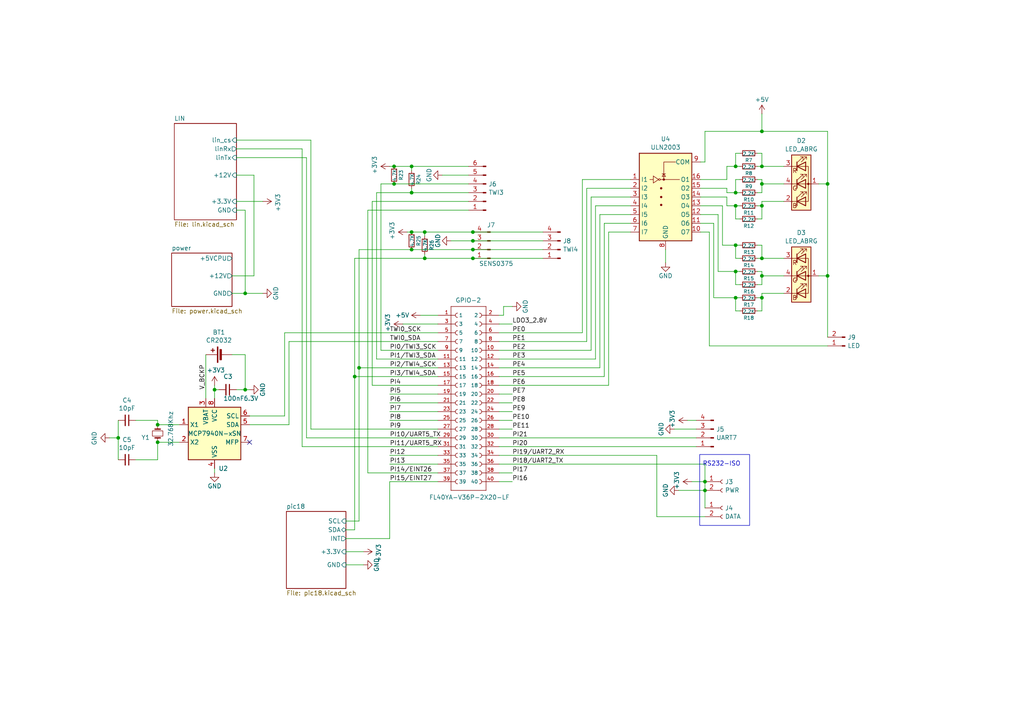
<source format=kicad_sch>
(kicad_sch (version 20231120) (generator "eeschema") (generator_version "8.0")
  (paper "A4")
  (lib_symbols
    (symbol "A20_OLIMEXINO_LIME2_SHIELD:FL40YA-V36P-2X20-LF" (pin_names (offset 1.016))
      (property "Reference" "CON" (at -5.08 26.162 0))
      (property "Value" "FL40YA-V36P-2X20-LF" (at -10.16 -30.48 0))
      (symbol "FL40YA-V36P-2X20-LF_1_0"
        (polyline (pts (xy -5.08 25.4) (xy -5.08 -27.94)))
        (polyline (pts (xy -5.08 25.4) (xy 5.08 25.4)))
        (polyline (pts (xy 5.08 -27.94) (xy -5.08 -27.94)))
        (polyline (pts (xy 5.08 -27.94) (xy 5.08 25.4)))
      )
      (symbol "FL40YA-V36P-2X20-LF_1_1"
        (arc (start -3.175 -24.765) (mid -3.81 -25.4) (end -3.175 -26.035))
        (arc (start -3.175 -22.225) (mid -3.81 -22.86) (end -3.175 -23.495))
        (arc (start -3.175 -19.685) (mid -3.81 -20.32) (end -3.175 -20.955))
        (arc (start -3.175 -17.145) (mid -3.81 -17.78) (end -3.175 -18.415))
        (arc (start -3.175 -14.605) (mid -3.81 -15.24) (end -3.175 -15.875))
        (arc (start -3.175 -12.065) (mid -3.81 -12.7) (end -3.175 -13.335))
        (arc (start -3.175 -9.525) (mid -3.81 -10.16) (end -3.175 -10.795))
        (arc (start -3.175 -6.985) (mid -3.81 -7.62) (end -3.175 -8.255))
        (arc (start -3.175 -4.445) (mid -3.81 -5.08) (end -3.175 -5.715))
        (arc (start -3.175 -1.905) (mid -3.81 -2.54) (end -3.175 -3.175))
        (arc (start -3.175 0.635) (mid -3.81 0) (end -3.175 -0.635))
        (arc (start -3.175 3.175) (mid -3.81 2.54) (end -3.175 1.905))
        (arc (start -3.175 5.715) (mid -3.81 5.08) (end -3.175 4.445))
        (arc (start -3.175 8.255) (mid -3.81 7.62) (end -3.175 6.985))
        (arc (start -3.175 10.795) (mid -3.81 10.16) (end -3.175 9.525))
        (arc (start -3.175 13.335) (mid -3.81 12.7) (end -3.175 12.065))
        (arc (start -3.175 15.875) (mid -3.81 15.24) (end -3.175 14.605))
        (arc (start -3.175 18.415) (mid -3.81 17.78) (end -3.175 17.145))
        (arc (start -3.175 20.955) (mid -3.81 20.32) (end -3.175 19.685))
        (arc (start -3.175 23.495) (mid -3.81 22.86) (end -3.175 22.225))
        (arc (start 3.175 -26.035) (mid 3.81 -25.4) (end 3.175 -24.765))
        (arc (start 3.175 -23.495) (mid 3.81 -22.86) (end 3.175 -22.225))
        (arc (start 3.175 -20.955) (mid 3.81 -20.32) (end 3.175 -19.685))
        (arc (start 3.175 -18.415) (mid 3.81 -17.78) (end 3.175 -17.145))
        (arc (start 3.175 -15.875) (mid 3.81 -15.24) (end 3.175 -14.605))
        (arc (start 3.175 -13.335) (mid 3.81 -12.7) (end 3.175 -12.065))
        (arc (start 3.175 -10.795) (mid 3.81 -10.16) (end 3.175 -9.525))
        (arc (start 3.175 -8.255) (mid 3.81 -7.62) (end 3.175 -6.985))
        (arc (start 3.175 -5.715) (mid 3.81 -5.08) (end 3.175 -4.445))
        (arc (start 3.175 -3.175) (mid 3.81 -2.54) (end 3.175 -1.905))
        (arc (start 3.175 -0.635) (mid 3.81 0) (end 3.175 0.635))
        (arc (start 3.175 1.905) (mid 3.81 2.54) (end 3.175 3.175))
        (arc (start 3.175 4.445) (mid 3.81 5.08) (end 3.175 5.715))
        (arc (start 3.175 6.985) (mid 3.81 7.62) (end 3.175 8.255))
        (arc (start 3.175 9.525) (mid 3.81 10.16) (end 3.175 10.795))
        (arc (start 3.175 12.065) (mid 3.81 12.7) (end 3.175 13.335))
        (arc (start 3.175 14.605) (mid 3.81 15.24) (end 3.175 15.875))
        (arc (start 3.175 17.145) (mid 3.81 17.78) (end 3.175 18.415))
        (arc (start 3.175 19.685) (mid 3.81 20.32) (end 3.175 20.955))
        (arc (start 3.175 22.225) (mid 3.81 22.86) (end 3.175 23.495))
        (pin passive line (at -8.89 -25.4 0) (length 5.08) (name "1") (number "1"))
        (pin passive line (at 8.89 -15.24 180) (length 5.08) (name "10") (number "10"))
        (pin passive line (at -8.89 -12.7 0) (length 5.08) (name "11") (number "11"))
        (pin passive line (at 8.89 -12.7 180) (length 5.08) (name "12") (number "12"))
        (pin passive line (at -8.89 -10.16 0) (length 5.08) (name "13") (number "13"))
        (pin passive line (at 8.89 -10.16 180) (length 5.08) (name "14") (number "14"))
        (pin passive line (at -8.89 -7.62 0) (length 5.08) (name "15") (number "15"))
        (pin passive line (at 8.89 -7.62 180) (length 5.08) (name "16") (number "16"))
        (pin passive line (at -8.89 -5.08 0) (length 5.08) (name "17") (number "17"))
        (pin passive line (at 8.89 -5.08 180) (length 5.08) (name "18") (number "18"))
        (pin passive line (at -8.89 -2.54 0) (length 5.08) (name "19") (number "19"))
        (pin passive line (at 8.89 -25.4 180) (length 5.08) (name "2") (number "2"))
        (pin passive line (at 8.89 -2.54 180) (length 5.08) (name "20") (number "20"))
        (pin passive line (at -8.89 0 0) (length 5.08) (name "21") (number "21"))
        (pin passive line (at 8.89 0 180) (length 5.08) (name "22") (number "22"))
        (pin passive line (at -8.89 2.54 0) (length 5.08) (name "23") (number "23"))
        (pin passive line (at 8.89 2.54 180) (length 5.08) (name "24") (number "24"))
        (pin passive line (at -8.89 5.08 0) (length 5.08) (name "25") (number "25"))
        (pin passive line (at 8.89 5.08 180) (length 5.08) (name "26") (number "26"))
        (pin passive line (at -8.89 7.62 0) (length 5.08) (name "27") (number "27"))
        (pin passive line (at 8.89 7.62 180) (length 5.08) (name "28") (number "28"))
        (pin passive line (at -8.89 10.16 0) (length 5.08) (name "29") (number "29"))
        (pin passive line (at -8.89 -22.86 0) (length 5.08) (name "3") (number "3"))
        (pin passive line (at 8.89 10.16 180) (length 5.08) (name "30") (number "30"))
        (pin passive line (at -8.89 12.7 0) (length 5.08) (name "31") (number "31"))
        (pin passive line (at 8.89 12.7 180) (length 5.08) (name "32") (number "32"))
        (pin passive line (at -8.89 15.24 0) (length 5.08) (name "33") (number "33"))
        (pin passive line (at 8.89 15.24 180) (length 5.08) (name "34") (number "34"))
        (pin passive line (at -8.89 17.78 0) (length 5.08) (name "35") (number "35"))
        (pin passive line (at 8.89 17.78 180) (length 5.08) (name "36") (number "36"))
        (pin passive line (at -8.89 20.32 0) (length 5.08) (name "37") (number "37"))
        (pin passive line (at 8.89 20.32 180) (length 5.08) (name "38") (number "38"))
        (pin passive line (at -8.89 22.86 0) (length 5.08) (name "39") (number "39"))
        (pin passive line (at 8.89 -22.86 180) (length 5.08) (name "4") (number "4"))
        (pin passive line (at 8.89 22.86 180) (length 5.08) (name "40") (number "40"))
        (pin passive line (at -8.89 -20.32 0) (length 5.08) (name "5") (number "5"))
        (pin passive line (at 8.89 -20.32 180) (length 5.08) (name "6") (number "6"))
        (pin passive line (at -8.89 -17.78 0) (length 5.08) (name "7") (number "7"))
        (pin passive line (at 8.89 -17.78 180) (length 5.08) (name "8") (number "8"))
        (pin passive line (at -8.89 -15.24 0) (length 5.08) (name "9") (number "9"))
      )
    )
    (symbol "Connector:Conn_01x02_Pin" (pin_names (offset 1.016) hide)
      (property "Reference" "J" (at 0 2.54 0))
      (property "Value" "Conn_01x02_Pin" (at 0 -5.08 0))
      (symbol "Conn_01x02_Pin_1_1"
        (polyline (pts (xy 1.27 -2.54) (xy 0.8636 -2.54)) (stroke (width 0.1524)))
        (polyline (pts (xy 1.27 0) (xy 0.8636 0)) (stroke (width 0.1524)))
        (rectangle (start 0.8636 -2.413) (end 0 -2.667) (stroke (width 0.1524)) (fill (type outline)))
        (rectangle (start 0.8636 0.127) (end 0 -0.127) (stroke (width 0.1524)) (fill (type outline)))
        (pin passive line (at 5.08 0 180) (length 3.81) (name "Pin_1") (number "1"))
        (pin passive line (at 5.08 -2.54 180) (length 3.81) (name "Pin_2") (number "2"))
      )
    )
    (symbol "Connector:Conn_01x02_Socket" (pin_names (offset 1.016) hide)
      (property "Reference" "J" (at 0 2.54 0))
      (property "Value" "Conn_01x02_Socket" (at 0 -5.08 0))
      (symbol "Conn_01x02_Socket_1_1"
        (arc (start 0 -2.032) (mid -0.5058 -2.54) (end 0 -3.048) (stroke (width 0.1524)))
        (polyline (pts (xy -1.27 -2.54) (xy -0.508 -2.54)) (stroke (width 0.1524)))
        (polyline (pts (xy -1.27 0) (xy -0.508 0)) (stroke (width 0.1524)))
        (arc (start 0 0.508) (mid -0.5058 0) (end 0 -0.508) (stroke (width 0.1524)))
        (pin passive line (at -5.08 0 0) (length 3.81) (name "Pin_1") (number "1"))
        (pin passive line (at -5.08 -2.54 0) (length 3.81) (name "Pin_2") (number "2"))
      )
    )
    (symbol "Connector:Conn_01x04_Pin" (pin_names (offset 1.016) hide)
      (property "Reference" "J" (at 0 5.08 0))
      (property "Value" "Conn_01x04_Pin" (at 0 -7.62 0))
      (symbol "Conn_01x04_Pin_1_1"
        (polyline (pts (xy 1.27 -5.08) (xy 0.8636 -5.08)) (stroke (width 0.1524)))
        (polyline (pts (xy 1.27 -2.54) (xy 0.8636 -2.54)) (stroke (width 0.1524)))
        (polyline (pts (xy 1.27 0) (xy 0.8636 0)) (stroke (width 0.1524)))
        (polyline (pts (xy 1.27 2.54) (xy 0.8636 2.54)) (stroke (width 0.1524)))
        (rectangle (start 0.8636 -4.953) (end 0 -5.207) (stroke (width 0.1524)) (fill (type outline)))
        (rectangle (start 0.8636 -2.413) (end 0 -2.667) (stroke (width 0.1524)) (fill (type outline)))
        (rectangle (start 0.8636 0.127) (end 0 -0.127) (stroke (width 0.1524)) (fill (type outline)))
        (rectangle (start 0.8636 2.667) (end 0 2.413) (stroke (width 0.1524)) (fill (type outline)))
        (pin passive line (at 5.08 2.54 180) (length 3.81) (name "Pin_1") (number "1"))
        (pin passive line (at 5.08 0 180) (length 3.81) (name "Pin_2") (number "2"))
        (pin passive line (at 5.08 -2.54 180) (length 3.81) (name "Pin_3") (number "3"))
        (pin passive line (at 5.08 -5.08 180) (length 3.81) (name "Pin_4") (number "4"))
      )
    )
    (symbol "Connector:Conn_01x06_Pin" (pin_names (offset 1.016) hide)
      (property "Reference" "J" (at 0 7.62 0))
      (property "Value" "Conn_01x06_Pin" (at 0 -10.16 0))
      (symbol "Conn_01x06_Pin_1_1"
        (polyline (pts (xy 1.27 -7.62) (xy 0.8636 -7.62)) (stroke (width 0.1524)))
        (polyline (pts (xy 1.27 -5.08) (xy 0.8636 -5.08)) (stroke (width 0.1524)))
        (polyline (pts (xy 1.27 -2.54) (xy 0.8636 -2.54)) (stroke (width 0.1524)))
        (polyline (pts (xy 1.27 0) (xy 0.8636 0)) (stroke (width 0.1524)))
        (polyline (pts (xy 1.27 2.54) (xy 0.8636 2.54)) (stroke (width 0.1524)))
        (polyline (pts (xy 1.27 5.08) (xy 0.8636 5.08)) (stroke (width 0.1524)))
        (rectangle (start 0.8636 -7.493) (end 0 -7.747) (stroke (width 0.1524)) (fill (type outline)))
        (rectangle (start 0.8636 -4.953) (end 0 -5.207) (stroke (width 0.1524)) (fill (type outline)))
        (rectangle (start 0.8636 -2.413) (end 0 -2.667) (stroke (width 0.1524)) (fill (type outline)))
        (rectangle (start 0.8636 0.127) (end 0 -0.127) (stroke (width 0.1524)) (fill (type outline)))
        (rectangle (start 0.8636 2.667) (end 0 2.413) (stroke (width 0.1524)) (fill (type outline)))
        (rectangle (start 0.8636 5.207) (end 0 4.953) (stroke (width 0.1524)) (fill (type outline)))
        (pin passive line (at 5.08 5.08 180) (length 3.81) (name "Pin_1") (number "1"))
        (pin passive line (at 5.08 2.54 180) (length 3.81) (name "Pin_2") (number "2"))
        (pin passive line (at 5.08 0 180) (length 3.81) (name "Pin_3") (number "3"))
        (pin passive line (at 5.08 -2.54 180) (length 3.81) (name "Pin_4") (number "4"))
        (pin passive line (at 5.08 -5.08 180) (length 3.81) (name "Pin_5") (number "5"))
        (pin passive line (at 5.08 -7.62 180) (length 3.81) (name "Pin_6") (number "6"))
      )
    )
    (symbol "Device:Battery_Cell" (pin_numbers hide) (pin_names (offset 0) hide)
      (property "Reference" "BT" (at 2.54 2.54 0))
      (property "Value" "Battery_Cell" (at 2.54 0 0))
      (symbol "Battery_Cell_0_1"
        (rectangle (start -2.286 1.778) (end 2.286 1.524) (fill (type outline)))
        (rectangle (start -1.524 1.016) (end 1.524 0.508) (fill (type outline)))
        (polyline (pts (xy 0 0.762) (xy 0 0)))
        (polyline (pts (xy 0 1.778) (xy 0 2.54)))
        (polyline (pts (xy 0.762 3.048) (xy 1.778 3.048)) (stroke (width 0.254)))
        (polyline (pts (xy 1.27 3.556) (xy 1.27 2.54)) (stroke (width 0.254)))
      )
      (symbol "Battery_Cell_1_1"
        (pin passive line (at 0 5.08 270) (length 2.54) (name "+") (number "1"))
        (pin passive line (at 0 -2.54 90) (length 2.54) (name "-") (number "2"))
      )
    )
    (symbol "Device:C_Small" (pin_numbers hide) (pin_names (offset 0.254) hide)
      (property "Reference" "C" (at 0.254 1.778 0))
      (property "Value" "C_Small" (at 0.254 -2.032 0))
      (symbol "C_Small_0_1"
        (polyline (pts (xy -1.524 -0.508) (xy 1.524 -0.508)) (stroke (width 0.3302)))
        (polyline (pts (xy -1.524 0.508) (xy 1.524 0.508)) (stroke (width 0.3048)))
      )
      (symbol "C_Small_1_1"
        (pin passive line (at 0 2.54 270) (length 2.032) (name "~") (number "1"))
        (pin passive line (at 0 -2.54 90) (length 2.032) (name "~") (number "2"))
      )
    )
    (symbol "Device:Crystal_Small" (pin_numbers hide) (pin_names (offset 1.016) hide)
      (property "Reference" "Y" (at 0 2.54 0))
      (property "Value" "Crystal_Small" (at 0 -2.54 0))
      (symbol "Crystal_Small_0_1"
        (rectangle (start -0.762 -1.524) (end 0.762 1.524))
        (polyline (pts (xy -1.27 -0.762) (xy -1.27 0.762)) (stroke (width 0.381)))
        (polyline (pts (xy 1.27 -0.762) (xy 1.27 0.762)) (stroke (width 0.381)))
      )
      (symbol "Crystal_Small_1_1"
        (pin passive line (at -2.54 0 0) (length 1.27) (name "1") (number "1"))
        (pin passive line (at 2.54 0 180) (length 1.27) (name "2") (number "2"))
      )
    )
    (symbol "Device:LED_ABRG" (pin_names (offset 0) hide)
      (property "Reference" "D" (at 0 9.398 0))
      (property "Value" "LED_ABRG" (at 0 -8.89 0))
      (symbol "LED_ABRG_0_0"
        (text "B" (at -1.905 -6.35 0) (effects (font (size 1.27 1.27))))
        (text "G" (at -1.905 -1.27 0) (effects (font (size 1.27 1.27))))
        (text "R" (at -1.905 3.81 0) (effects (font (size 1.27 1.27))))
      )
      (symbol "LED_ABRG_0_1"
        (polyline (pts (xy -1.27 -5.08) (xy -2.54 -5.08)))
        (polyline (pts (xy -1.27 -5.08) (xy 1.27 -5.08)))
        (polyline (pts (xy -1.27 -3.81) (xy -1.27 -6.35)) (stroke (width 0.254)))
        (polyline (pts (xy -1.27 0) (xy -2.54 0)))
        (polyline (pts (xy -1.27 1.27) (xy -1.27 -1.27)) (stroke (width 0.254)))
        (polyline (pts (xy -1.27 5.08) (xy -2.54 5.08)))
        (polyline (pts (xy -1.27 5.08) (xy 1.27 5.08)))
        (polyline (pts (xy -1.27 6.35) (xy -1.27 3.81)) (stroke (width 0.254)))
        (polyline (pts (xy 1.27 0) (xy -1.27 0)))
        (polyline (pts (xy 1.27 0) (xy 2.54 0)))
        (polyline (pts (xy -1.27 1.27) (xy -1.27 -1.27) (xy -1.27 -1.27)))
        (polyline (pts (xy -1.27 6.35) (xy -1.27 3.81) (xy -1.27 3.81)))
        (polyline (pts (xy 1.27 -5.08) (xy 2.032 -5.08) (xy 2.032 5.08) (xy 1.27 5.08)))
        (polyline (pts (xy 1.27 -3.81) (xy 1.27 -6.35) (xy -1.27 -5.08) (xy 1.27 -3.81)) (stroke (width 0.254)))
        (polyline (pts (xy 1.27 1.27) (xy 1.27 -1.27) (xy -1.27 0) (xy 1.27 1.27)) (stroke (width 0.254)))
        (polyline (pts (xy 1.27 6.35) (xy 1.27 3.81) (xy -1.27 5.08) (xy 1.27 6.35)) (stroke (width 0.254)))
        (polyline (pts (xy -1.016 -3.81) (xy 0.508 -2.286) (xy -0.254 -2.286) (xy 0.508 -2.286) (xy 0.508 -3.048)))
        (polyline (pts (xy -1.016 1.27) (xy 0.508 2.794) (xy -0.254 2.794) (xy 0.508 2.794) (xy 0.508 2.032)))
        (polyline (pts (xy -1.016 6.35) (xy 0.508 7.874) (xy -0.254 7.874) (xy 0.508 7.874) (xy 0.508 7.112)))
        (polyline (pts (xy 0 -3.81) (xy 1.524 -2.286) (xy 0.762 -2.286) (xy 1.524 -2.286) (xy 1.524 -3.048)))
        (polyline (pts (xy 0 1.27) (xy 1.524 2.794) (xy 0.762 2.794) (xy 1.524 2.794) (xy 1.524 2.032)))
        (polyline (pts (xy 0 6.35) (xy 1.524 7.874) (xy 0.762 7.874) (xy 1.524 7.874) (xy 1.524 7.112)))
        (rectangle (start 1.27 -1.27) (end 1.27 1.27))
        (rectangle (start 1.27 1.27) (end 1.27 1.27))
        (rectangle (start 1.27 3.81) (end 1.27 6.35))
        (rectangle (start 1.27 6.35) (end 1.27 6.35))
        (circle (center 2.032 0) (radius 0.254) (fill (type outline)))
        (rectangle (start 2.794 8.382) (end -2.794 -7.62) (stroke (width 0.254)) (fill (type background)))
      )
      (symbol "LED_ABRG_1_1"
        (pin passive line (at 5.08 0 180) (length 2.54) (name "A") (number "1"))
        (pin passive line (at -5.08 -5.08 0) (length 2.54) (name "BK") (number "2"))
        (pin passive line (at -5.08 5.08 0) (length 2.54) (name "RK") (number "3"))
        (pin passive line (at -5.08 0 0) (length 2.54) (name "GK") (number "4"))
      )
    )
    (symbol "Device:R_Small" (pin_numbers hide) (pin_names (offset 0.254) hide)
      (property "Reference" "R" (at 0.762 0.508 0))
      (property "Value" "R_Small" (at 0.762 -1.016 0))
      (symbol "R_Small_0_1"
        (rectangle (start -0.762 1.778) (end 0.762 -1.778) (stroke (width 0.2032)))
      )
      (symbol "R_Small_1_1"
        (pin passive line (at 0 2.54 270) (length 0.762) (name "~") (number "1"))
        (pin passive line (at 0 -2.54 90) (length 0.762) (name "~") (number "2"))
      )
    )
    (symbol "Timer_RTC:MCP7940N-xSN"
      (property "Reference" "U" (at -6.35 8.89 0))
      (property "Value" "MCP7940N-xSN" (at 11.43 8.89 0))
      (symbol "MCP7940N-xSN_0_1"
        (rectangle (start -7.62 7.62) (end 7.62 -7.62) (stroke (width 0.254)) (fill (type background)))
      )
      (symbol "MCP7940N-xSN_1_1"
        (pin input line (at 10.16 2.54 180) (length 2.54) (name "X1") (number "1"))
        (pin output line (at 10.16 -2.54 180) (length 2.54) (name "X2") (number "2"))
        (pin power_in line (at 2.54 10.16 270) (length 2.54) (name "VBAT") (number "3"))
        (pin power_in line (at 0 -10.16 90) (length 2.54) (name "VSS") (number "4"))
        (pin bidirectional line (at -10.16 2.54 0) (length 2.54) (name "SDA") (number "5"))
        (pin input line (at -10.16 5.08 0) (length 2.54) (name "SCL") (number "6"))
        (pin open_collector line (at -10.16 -2.54 0) (length 2.54) (name "MFP") (number "7"))
        (pin power_in line (at 0 10.16 270) (length 2.54) (name "VCC") (number "8"))
      )
    )
    (symbol "Transistor_Array:ULN2003"
      (property "Reference" "U" (at 0 15.875 0))
      (property "Value" "ULN2003" (at 0 13.97 0))
      (symbol "ULN2003_0_1"
        (rectangle (start -7.62 -12.7) (end 7.62 12.7) (stroke (width 0.254)) (fill (type background)))
        (circle (center -1.778 5.08) (radius 0.254))
        (circle (center -1.27 -2.286) (radius 0.254) (fill (type outline)))
        (circle (center -1.27 0) (radius 0.254) (fill (type outline)))
        (circle (center -1.27 2.54) (radius 0.254) (fill (type outline)))
        (circle (center -0.508 5.08) (radius 0.254) (fill (type outline)))
        (polyline (pts (xy -4.572 5.08) (xy -3.556 5.08)))
        (polyline (pts (xy -1.524 5.08) (xy 4.064 5.08)))
        (polyline (pts (xy 0 6.731) (xy -1.016 6.731)))
        (polyline (pts (xy -0.508 5.08) (xy -0.508 10.16) (xy 2.921 10.16)))
        (polyline (pts (xy -3.556 6.096) (xy -3.556 4.064) (xy -2.032 5.08) (xy -3.556 6.096)))
        (polyline (pts (xy 0 5.969) (xy -1.016 5.969) (xy -0.508 6.731) (xy 0 5.969)))
      )
      (symbol "ULN2003_1_1"
        (pin input line (at -10.16 5.08 0) (length 2.54) (name "I1") (number "1"))
        (pin open_collector line (at 10.16 -10.16 180) (length 2.54) (name "O7") (number "10"))
        (pin open_collector line (at 10.16 -7.62 180) (length 2.54) (name "O6") (number "11"))
        (pin open_collector line (at 10.16 -5.08 180) (length 2.54) (name "O5") (number "12"))
        (pin open_collector line (at 10.16 -2.54 180) (length 2.54) (name "O4") (number "13"))
        (pin open_collector line (at 10.16 0 180) (length 2.54) (name "O3") (number "14"))
        (pin open_collector line (at 10.16 2.54 180) (length 2.54) (name "O2") (number "15"))
        (pin open_collector line (at 10.16 5.08 180) (length 2.54) (name "O1") (number "16"))
        (pin input line (at -10.16 2.54 0) (length 2.54) (name "I2") (number "2"))
        (pin input line (at -10.16 0 0) (length 2.54) (name "I3") (number "3"))
        (pin input line (at -10.16 -2.54 0) (length 2.54) (name "I4") (number "4"))
        (pin input line (at -10.16 -5.08 0) (length 2.54) (name "I5") (number "5"))
        (pin input line (at -10.16 -7.62 0) (length 2.54) (name "I6") (number "6"))
        (pin input line (at -10.16 -10.16 0) (length 2.54) (name "I7") (number "7"))
        (pin power_in line (at 0 -15.24 90) (length 2.54) (name "GND") (number "8"))
        (pin passive line (at 10.16 10.16 180) (length 2.54) (name "COM") (number "9"))
      )
    )
    (symbol "centrale-rescue:+3.3V-power" (power) (pin_names (offset 0))
      (property "Value" "power_+3.3V" (at 0 3.556 0))
      (symbol "+3.3V-power_0_1"
        (polyline (pts (xy -0.762 1.27) (xy 0 2.54)))
        (polyline (pts (xy 0 0) (xy 0 2.54)))
        (polyline (pts (xy 0 2.54) (xy 0.762 1.27)))
      )
      (symbol "+3.3V-power_1_1"
        (pin power_in line (at 0 0 90) (length 0) hide (name "+3V3") (number "1"))
      )
    )
    (symbol "centrale-rescue:GND-power" (power) (pin_names (offset 0))
      (property "Value" "power_GND" (at 0 -3.81 0))
      (symbol "GND-power_0_1"
        (polyline (pts (xy 0 0) (xy 0 -1.27) (xy 1.27 -1.27) (xy 0 -2.54) (xy -1.27 -1.27) (xy 0 -1.27)))
      )
      (symbol "GND-power_1_1"
        (pin power_in line (at 0 0 270) (length 0) hide (name "GND") (number "1"))
      )
    )
    (symbol "power:+5V" (power) (pin_numbers hide) (pin_names (offset 0) hide)
      (property "Value" "+5V" (at 0 3.556 0))
      (symbol "+5V_0_1"
        (polyline (pts (xy -0.762 1.27) (xy 0 2.54)))
        (polyline (pts (xy 0 0) (xy 0 2.54)))
        (polyline (pts (xy 0 2.54) (xy 0.762 1.27)))
      )
      (symbol "+5V_1_1"
        (pin power_in line (at 0 0 90) (length 0) (name "~") (number "1"))
      )
    )
  )
  (junction (at 213.36 59.69))
  (junction (at 71.12 85.09))
  (junction (at 102.87 109.22))
  (junction (at 123.19 67.31))
  (junction (at 213.36 86.36))
  (junction (at 119.38 72.39))
  (junction (at 240.03 53.34))
  (junction (at 220.98 38.1))
  (junction (at 104.14 106.68))
  (junction (at 213.36 71.12))
  (junction (at 213.36 78.74))
  (junction (at 240.03 80.01))
  (junction (at 137.16 69.85))
  (junction (at 34.29 127))
  (junction (at 119.38 48.26))
  (junction (at 114.3 48.26))
  (junction (at 45.72 123.19))
  (junction (at 213.36 55.88))
  (junction (at 137.16 67.31))
  (junction (at 220.98 74.93))
  (junction (at 137.16 72.39))
  (junction (at 114.3 53.34))
  (junction (at 123.19 74.93))
  (junction (at 220.98 59.69))
  (junction (at 62.23 113.03))
  (junction (at 204.47 142.24))
  (junction (at 220.98 80.01))
  (junction (at 220.98 53.34))
  (junction (at 119.38 67.31))
  (junction (at 220.98 86.36))
  (junction (at 213.36 48.26))
  (junction (at 204.47 139.7))
  (junction (at 119.38 55.88))
  (junction (at 45.72 128.27))
  (junction (at 220.98 48.26))
  (junction (at 71.12 113.03))
  (junction (at 137.16 74.93))
  (no_connect (at 72.39 128.27))
  (wire (pts (xy 68.58 45.72) (xy 88.9 45.72)))
  (wire (pts (xy 219.71 59.69) (xy 220.98 59.69)))
  (wire (pts (xy 45.72 128.27) (xy 52.07 128.27)))
  (wire (pts (xy 227.33 58.42) (xy 220.98 58.42)))
  (wire (pts (xy 45.72 121.92) (xy 45.72 123.19)))
  (wire (pts (xy 104.14 72.39) (xy 104.14 106.68)))
  (wire (pts (xy 170.18 54.61) (xy 170.18 99.06)))
  (wire (pts (xy 144.78 132.08) (xy 190.5 132.08)))
  (wire (pts (xy 135.89 55.88) (xy 119.38 55.88)))
  (wire (pts (xy 67.31 80.01) (xy 73.66 80.01)))
  (wire (pts (xy 68.58 40.64) (xy 90.17 40.64)))
  (wire (pts (xy 214.63 63.5) (xy 213.36 63.5)))
  (wire (pts (xy 144.78 127) (xy 201.93 127)))
  (wire (pts (xy 144.78 129.54) (xy 201.93 129.54)))
  (wire (pts (xy 90.17 124.46) (xy 127 124.46)))
  (wire (pts (xy 45.72 133.35) (xy 45.72 128.27)))
  (wire (pts (xy 100.33 163.83) (xy 105.41 163.83)))
  (wire (pts (xy 144.78 137.16) (xy 148.59 137.16)))
  (wire (pts (xy 63.5 113.03) (xy 62.23 113.03)))
  (wire (pts (xy 210.82 48.26) (xy 210.82 52.07)))
  (wire (pts (xy 71.12 113.03) (xy 68.58 113.03)))
  (wire (pts (xy 102.87 74.93) (xy 102.87 109.22)))
  (wire (pts (xy 62.23 113.03) (xy 62.23 111.76)))
  (wire (pts (xy 146.05 88.9) (xy 146.05 91.44)))
  (wire (pts (xy 102.87 109.22) (xy 127 109.22)))
  (wire (pts (xy 193.04 72.39) (xy 193.04 76.2)))
  (wire (pts (xy 123.19 74.93) (xy 102.87 74.93)))
  (wire (pts (xy 113.03 48.26) (xy 114.3 48.26)))
  (wire (pts (xy 220.98 58.42) (xy 220.98 59.69)))
  (wire (pts (xy 137.16 72.39) (xy 157.48 72.39)))
  (wire (pts (xy 144.78 109.22) (xy 175.26 109.22)))
  (wire (pts (xy 109.22 104.14) (xy 127 104.14)))
  (wire (pts (xy 182.88 67.31) (xy 176.53 67.31)))
  (wire (pts (xy 220.98 80.01) (xy 227.33 80.01)))
  (wire (pts (xy 114.3 48.26) (xy 119.38 48.26)))
  (wire (pts (xy 182.88 62.23) (xy 173.99 62.23)))
  (wire (pts (xy 144.78 96.52) (xy 168.91 96.52)))
  (wire (pts (xy 204.47 149.86) (xy 190.5 149.86)))
  (wire (pts (xy 71.12 60.96) (xy 71.12 85.09)))
  (wire (pts (xy 119.38 54.61) (xy 119.38 55.88)))
  (wire (pts (xy 123.19 73.66) (xy 123.19 74.93)))
  (wire (pts (xy 68.58 43.18) (xy 87.63 43.18)))
  (wire (pts (xy 68.58 58.42) (xy 76.2 58.42)))
  (wire (pts (xy 113.03 121.92) (xy 127 121.92)))
  (wire (pts (xy 113.03 134.62) (xy 127 134.62)))
  (wire (pts (xy 104.14 106.68) (xy 104.14 151.13)))
  (wire (pts (xy 220.98 44.45) (xy 220.98 48.26)))
  (wire (pts (xy 144.78 139.7) (xy 148.59 139.7)))
  (wire (pts (xy 210.82 52.07) (xy 203.2 52.07)))
  (wire (pts (xy 203.2 67.31) (xy 205.74 67.31)))
  (wire (pts (xy 209.55 71.12) (xy 213.36 71.12)))
  (wire (pts (xy 214.63 59.69) (xy 213.36 59.69)))
  (wire (pts (xy 220.98 82.55) (xy 219.71 82.55)))
  (wire (pts (xy 240.03 100.33) (xy 205.74 100.33)))
  (wire (pts (xy 195.58 124.46) (xy 201.93 124.46)))
  (wire (pts (xy 220.98 38.1) (xy 240.03 38.1)))
  (wire (pts (xy 240.03 38.1) (xy 240.03 53.34)))
  (wire (pts (xy 102.87 153.67) (xy 102.87 109.22)))
  (wire (pts (xy 214.63 74.93) (xy 213.36 74.93)))
  (wire (pts (xy 182.88 64.77) (xy 175.26 64.77)))
  (wire (pts (xy 72.39 123.19) (xy 83.82 123.19)))
  (wire (pts (xy 196.85 142.24) (xy 204.47 142.24)))
  (wire (pts (xy 220.98 52.07) (xy 220.98 53.34)))
  (wire (pts (xy 214.63 86.36) (xy 213.36 86.36)))
  (wire (pts (xy 199.39 121.92) (xy 201.93 121.92)))
  (wire (pts (xy 203.2 46.99) (xy 204.47 46.99)))
  (wire (pts (xy 220.98 55.88) (xy 219.71 55.88)))
  (wire (pts (xy 219.71 52.07) (xy 220.98 52.07)))
  (wire (pts (xy 213.36 55.88) (xy 210.82 55.88)))
  (wire (pts (xy 182.88 52.07) (xy 168.91 52.07)))
  (wire (pts (xy 88.9 127) (xy 127 127)))
  (wire (pts (xy 113.03 132.08) (xy 127 132.08)))
  (wire (pts (xy 209.55 59.69) (xy 209.55 71.12)))
  (wire (pts (xy 107.95 58.42) (xy 107.95 111.76)))
  (wire (pts (xy 113.03 156.21) (xy 113.03 139.7)))
  (wire (pts (xy 62.23 113.03) (xy 62.23 115.57)))
  (wire (pts (xy 204.47 38.1) (xy 220.98 38.1)))
  (wire (pts (xy 220.98 74.93) (xy 227.33 74.93)))
  (wire (pts (xy 204.47 134.62) (xy 204.47 139.7)))
  (wire (pts (xy 219.71 71.12) (xy 220.98 71.12)))
  (wire (pts (xy 171.45 57.15) (xy 171.45 101.6)))
  (wire (pts (xy 182.88 57.15) (xy 171.45 57.15)))
  (wire (pts (xy 100.33 156.21) (xy 113.03 156.21)))
  (wire (pts (xy 213.36 44.45) (xy 213.36 48.26)))
  (wire (pts (xy 220.98 48.26) (xy 227.33 48.26)))
  (wire (pts (xy 208.28 62.23) (xy 208.28 78.74)))
  (wire (pts (xy 210.82 54.61) (xy 203.2 54.61)))
  (wire (pts (xy 220.98 85.09) (xy 220.98 86.36)))
  (wire (pts (xy 135.89 53.34) (xy 114.3 53.34)))
  (wire (pts (xy 144.78 124.46) (xy 148.59 124.46)))
  (wire (pts (xy 135.89 60.96) (xy 106.68 60.96)))
  (wire (pts (xy 144.78 99.06) (xy 170.18 99.06)))
  (wire (pts (xy 214.63 55.88) (xy 213.36 55.88)))
  (wire (pts (xy 144.78 106.68) (xy 173.99 106.68)))
  (wire (pts (xy 100.33 160.02) (xy 105.41 160.02)))
  (wire (pts (xy 110.49 53.34) (xy 110.49 101.6)))
  (wire (pts (xy 82.55 120.65) (xy 82.55 96.52)))
  (wire (pts (xy 220.98 63.5) (xy 219.71 63.5)))
  (wire (pts (xy 240.03 80.01) (xy 240.03 53.34)))
  (wire (pts (xy 220.98 78.74) (xy 220.98 80.01)))
  (wire (pts (xy 137.16 67.31) (xy 157.48 67.31)))
  (wire (pts (xy 205.74 100.33) (xy 205.74 67.31)))
  (wire (pts (xy 137.16 74.93) (xy 157.48 74.93)))
  (wire (pts (xy 34.29 127) (xy 34.29 133.35)))
  (wire (pts (xy 71.12 85.09) (xy 76.2 85.09)))
  (wire (pts (xy 148.59 88.9) (xy 146.05 88.9)))
  (wire (pts (xy 113.03 116.84) (xy 127 116.84)))
  (wire (pts (xy 73.66 50.8) (xy 73.66 80.01)))
  (wire (pts (xy 39.37 133.35) (xy 45.72 133.35)))
  (wire (pts (xy 220.98 80.01) (xy 220.98 82.55)))
  (wire (pts (xy 240.03 80.01) (xy 240.03 97.79)))
  (wire (pts (xy 119.38 48.26) (xy 119.38 49.53)))
  (wire (pts (xy 172.72 59.69) (xy 172.72 104.14)))
  (wire (pts (xy 144.78 93.98) (xy 148.59 93.98)))
  (wire (pts (xy 144.78 104.14) (xy 172.72 104.14)))
  (wire (pts (xy 220.98 53.34) (xy 227.33 53.34)))
  (wire (pts (xy 220.98 71.12) (xy 220.98 74.93)))
  (wire (pts (xy 71.12 102.87) (xy 71.12 113.03)))
  (wire (pts (xy 219.71 78.74) (xy 220.98 78.74)))
  (wire (pts (xy 113.03 114.3) (xy 127 114.3)))
  (wire (pts (xy 113.03 139.7) (xy 127 139.7)))
  (wire (pts (xy 113.03 119.38) (xy 127 119.38)))
  (wire (pts (xy 220.98 90.17) (xy 219.71 90.17)))
  (wire (pts (xy 119.38 48.26) (xy 135.89 48.26)))
  (wire (pts (xy 106.68 60.96) (xy 106.68 137.16)))
  (wire (pts (xy 214.63 90.17) (xy 213.36 90.17)))
  (wire (pts (xy 214.63 44.45) (xy 213.36 44.45)))
  (wire (pts (xy 176.53 67.31) (xy 176.53 111.76)))
  (wire (pts (xy 207.01 64.77) (xy 207.01 86.36)))
  (wire (pts (xy 130.81 69.85) (xy 137.16 69.85)))
  (wire (pts (xy 213.36 90.17) (xy 213.36 86.36)))
  (wire (pts (xy 214.63 82.55) (xy 213.36 82.55)))
  (wire (pts (xy 83.82 123.19) (xy 83.82 99.06)))
  (wire (pts (xy 213.36 48.26) (xy 210.82 48.26)))
  (wire (pts (xy 208.28 78.74) (xy 213.36 78.74)))
  (wire (pts (xy 121.92 91.44) (xy 127 91.44)))
  (wire (pts (xy 72.39 113.03) (xy 71.12 113.03)))
  (wire (pts (xy 204.47 139.7) (xy 204.47 142.24)))
  (wire (pts (xy 59.69 102.87) (xy 59.69 115.57)))
  (wire (pts (xy 31.75 127) (xy 34.29 127)))
  (wire (pts (xy 204.47 46.99) (xy 204.47 38.1)))
  (wire (pts (xy 207.01 86.36) (xy 213.36 86.36)))
  (wire (pts (xy 144.78 134.62) (xy 204.47 134.62)))
  (wire (pts (xy 213.36 59.69) (xy 210.82 59.69)))
  (wire (pts (xy 144.78 119.38) (xy 148.59 119.38)))
  (wire (pts (xy 123.19 67.31) (xy 123.19 68.58)))
  (wire (pts (xy 190.5 149.86) (xy 190.5 132.08)))
  (wire (pts (xy 45.72 123.19) (xy 52.07 123.19)))
  (wire (pts (xy 62.23 135.89) (xy 62.23 137.16)))
  (wire (pts (xy 116.84 93.98) (xy 127 93.98)))
  (wire (pts (xy 87.63 43.18) (xy 87.63 129.54)))
  (wire (pts (xy 137.16 72.39) (xy 119.38 72.39)))
  (wire (pts (xy 213.36 71.12) (xy 213.36 74.93)))
  (wire (pts (xy 214.63 78.74) (xy 213.36 78.74)))
  (wire (pts (xy 109.22 55.88) (xy 109.22 104.14)))
  (wire (pts (xy 219.71 74.93) (xy 220.98 74.93)))
  (wire (pts (xy 110.49 101.6) (xy 127 101.6)))
  (wire (pts (xy 90.17 40.64) (xy 90.17 124.46)))
  (wire (pts (xy 204.47 142.24) (xy 204.47 147.32)))
  (wire (pts (xy 118.11 67.31) (xy 119.38 67.31)))
  (wire (pts (xy 219.71 44.45) (xy 220.98 44.45)))
  (wire (pts (xy 227.33 85.09) (xy 220.98 85.09)))
  (wire (pts (xy 182.88 59.69) (xy 172.72 59.69)))
  (wire (pts (xy 240.03 53.34) (xy 237.49 53.34)))
  (wire (pts (xy 135.89 58.42) (xy 107.95 58.42)))
  (wire (pts (xy 119.38 55.88) (xy 109.22 55.88)))
  (wire (pts (xy 168.91 52.07) (xy 168.91 96.52)))
  (wire (pts (xy 213.36 63.5) (xy 213.36 59.69)))
  (wire (pts (xy 219.71 48.26) (xy 220.98 48.26)))
  (wire (pts (xy 67.31 102.87) (xy 71.12 102.87)))
  (wire (pts (xy 203.2 64.77) (xy 207.01 64.77)))
  (wire (pts (xy 72.39 120.65) (xy 82.55 120.65)))
  (wire (pts (xy 237.49 80.01) (xy 240.03 80.01)))
  (wire (pts (xy 182.88 54.61) (xy 170.18 54.61)))
  (wire (pts (xy 144.78 121.92) (xy 148.59 121.92)))
  (wire (pts (xy 213.36 78.74) (xy 213.36 82.55)))
  (wire (pts (xy 203.2 59.69) (xy 209.55 59.69)))
  (wire (pts (xy 82.55 96.52) (xy 127 96.52)))
  (wire (pts (xy 214.63 48.26) (xy 213.36 48.26)))
  (wire (pts (xy 144.78 111.76) (xy 176.53 111.76)))
  (wire (pts (xy 219.71 86.36) (xy 220.98 86.36)))
  (wire (pts (xy 119.38 72.39) (xy 104.14 72.39)))
  (wire (pts (xy 214.63 52.07) (xy 213.36 52.07)))
  (wire (pts (xy 137.16 74.93) (xy 123.19 74.93)))
  (wire (pts (xy 104.14 151.13) (xy 100.33 151.13)))
  (wire (pts (xy 104.14 106.68) (xy 127 106.68)))
  (wire (pts (xy 200.66 139.7) (xy 204.47 139.7)))
  (wire (pts (xy 220.98 53.34) (xy 220.98 55.88)))
  (wire (pts (xy 173.99 62.23) (xy 173.99 106.68)))
  (wire (pts (xy 67.31 85.09) (xy 71.12 85.09)))
  (wire (pts (xy 88.9 45.72) (xy 88.9 127)))
  (wire (pts (xy 128.27 50.8) (xy 135.89 50.8)))
  (wire (pts (xy 220.98 33.02) (xy 220.98 38.1)))
  (wire (pts (xy 68.58 60.96) (xy 71.12 60.96)))
  (wire (pts (xy 144.78 114.3) (xy 148.59 114.3)))
  (wire (pts (xy 146.05 91.44) (xy 144.78 91.44)))
  (wire (pts (xy 214.63 71.12) (xy 213.36 71.12)))
  (wire (pts (xy 220.98 59.69) (xy 220.98 63.5)))
  (wire (pts (xy 106.68 137.16) (xy 127 137.16)))
  (wire (pts (xy 220.98 86.36) (xy 220.98 90.17)))
  (wire (pts (xy 123.19 67.31) (xy 137.16 67.31)))
  (wire (pts (xy 87.63 129.54) (xy 127 129.54)))
  (wire (pts (xy 203.2 62.23) (xy 208.28 62.23)))
  (wire (pts (xy 144.78 101.6) (xy 171.45 101.6)))
  (wire (pts (xy 119.38 67.31) (xy 123.19 67.31)))
  (wire (pts (xy 68.58 50.8) (xy 73.66 50.8)))
  (wire (pts (xy 210.82 55.88) (xy 210.82 54.61)))
  (wire (pts (xy 114.3 53.34) (xy 110.49 53.34)))
  (wire (pts (xy 213.36 52.07) (xy 213.36 55.88)))
  (wire (pts (xy 175.26 64.77) (xy 175.26 109.22)))
  (wire (pts (xy 39.37 121.92) (xy 45.72 121.92)))
  (wire (pts (xy 137.16 69.85) (xy 157.48 69.85)))
  (wire (pts (xy 144.78 116.84) (xy 148.59 116.84)))
  (wire (pts (xy 100.33 153.67) (xy 102.87 153.67)))
  (wire (pts (xy 210.82 57.15) (xy 203.2 57.15)))
  (wire (pts (xy 83.82 99.06) (xy 127 99.06)))
  (wire (pts (xy 107.95 111.76) (xy 127 111.76)))
  (wire (pts (xy 34.29 121.92) (xy 34.29 127)))
  (wire (pts (xy 210.82 59.69) (xy 210.82 57.15)))
  (rectangle (start 202.946 131.826) (end 217.424 152.4))
  (text "RS232-ISO" (at 209.296 134.62 0) (effects (font (size 1.27 1.27))))
  (label "PI10{slash}UART5_TX" (at 113.03 127 0))
  (label "PI3{slash}TWI4_SDA" (at 113.03 109.22 0))
  (label "PI12" (at 113.03 132.08 0))
  (label "PI8" (at 113.03 121.92 0))
  (label "PE0" (at 148.59 96.52 0))
  (label "LDO3_2.8V" (at 148.59 93.98 0))
  (label "PI6" (at 113.03 116.84 0))
  (label "TWI0_SCK" (at 113.03 96.52 0))
  (label "PE6" (at 148.59 111.76 0))
  (label "PI0{slash}TWI3_SCK" (at 113.03 101.6 0))
  (label "PI5" (at 113.03 114.3 0))
  (label "PE9" (at 148.59 119.38 0))
  (label "PE1" (at 148.59 99.06 0))
  (label "PE8" (at 148.59 116.84 0))
  (label "PI2{slash}TWI4_SCK" (at 113.03 106.68 0))
  (label "PI13" (at 113.03 134.62 0))
  (label "PI16" (at 148.59 139.7 0))
  (label "PI21" (at 148.59 127 0))
  (label "PE10" (at 148.59 121.92 0))
  (label "PE3" (at 148.59 104.14 0))
  (label "PI7" (at 113.03 119.38 0))
  (label "PI20" (at 148.59 129.54 0))
  (label "V_BCKP" (at 59.69 113.03 90))
  (label "PI17" (at 148.59 137.16 0))
  (label "PI15{slash}EINT27" (at 113.03 139.7 0))
  (label "PI9" (at 113.03 124.46 0))
  (label "PI19{slash}UART2_RX" (at 148.59 132.08 0))
  (label "PE2" (at 148.59 101.6 0))
  (label "PI18{slash}UART2_TX" (at 148.59 134.62 0))
  (label "PI11{slash}UART5_RX" (at 113.03 129.54 0))
  (label "PE11" (at 148.59 124.46 0))
  (label "PI4" (at 113.03 111.76 0))
  (label "PE5" (at 148.59 109.22 0))
  (label "PE4" (at 148.59 106.68 0))
  (label "PE7" (at 148.59 114.3 0))
  (label "PI14{slash}EINT26" (at 113.03 137.16 0))
  (label "PI1{slash}TWI3_SDA" (at 113.03 104.14 0))
  (label "TWI0_SDA" (at 113.03 99.06 0))
  (symbol (lib_id "centrale-rescue:GND-power") (at 195.58 124.46 270) (unit 1)
    (property "Reference" "#PWR016" (effects (hide yes)))
    (property "Value" "GND" (at 191.77 124.46 0))
  )
  (symbol (lib_id "Device:R_Small") (at 217.17 59.69 270) (unit 1)
    (property "Reference" "R11" (at 217.17 61.722 90) (effects (font (size 1.016 1.016))))
    (property "Value" "2.2K" (at 217.1954 59.8678 90) (effects (font (size 1.016 1.016))))
    (property "Footprint" "Resistor_SMD:R_0805_2012Metric_Pad1.20x1.40mm_HandSolder" (effects (hide yes)))
    (property "Description" "Resistor, small symbol" (effects (hide yes)))
    (property "P/N" "stock" (effects (hide yes)))
  )
  (symbol (lib_id "centrale-rescue:+3.3V-power") (at 118.11 67.31 90) (unit 1)
    (property "Reference" "#PWR019" (effects (hide yes)))
    (property "Value" "+3V3" (at 113.7158 66.929 0))
  )
  (symbol (lib_id "Device:R_Small") (at 217.17 74.93 270) (unit 1)
    (property "Reference" "R14" (at 217.17 76.962 90) (effects (font (size 1.016 1.016))))
    (property "Value" "2.2K" (at 217.1954 75.1078 90) (effects (font (size 1.016 1.016))))
    (property "Footprint" "Resistor_SMD:R_0805_2012Metric_Pad1.20x1.40mm_HandSolder" (effects (hide yes)))
    (property "Description" "Resistor, small symbol" (effects (hide yes)))
    (property "P/N" "stock" (effects (hide yes)))
  )
  (symbol (lib_id "Device:R_Small") (at 217.17 44.45 270) (unit 1)
    (property "Reference" "R7" (at 217.17 46.482 90) (effects (font (size 1.016 1.016))))
    (property "Value" "2.2K" (at 217.1954 44.6278 90) (effects (font (size 1.016 1.016))))
    (property "Footprint" "Resistor_SMD:R_0805_2012Metric_Pad1.20x1.40mm_HandSolder" (effects (hide yes)))
    (property "Description" "Resistor, small symbol" (effects (hide yes)))
    (property "P/N" "stock" (effects (hide yes)))
  )
  (symbol (lib_id "Connector:Conn_01x02_Pin") (at 245.11 100.33 180) (unit 1)
    (property "Reference" "J9" (at 245.8212 97.8478 0) (effects (justify right)))
    (property "Value" "LED" (at 245.8212 100.2721 0) (effects (justify right)))
    (property "Footprint" "Connector_PinHeader_2.54mm:PinHeader_1x02_P2.54mm_Vertical" (effects (hide yes)))
    (property "Description" "Generic connector, single row, 01x02, script generated" (effects (hide yes)))
  )
  (symbol (lib_id "Device:R_Small") (at 123.19 71.12 0) (unit 1)
    (property "Reference" "R26" (at 125.222 71.12 90) (effects (font (size 1.016 1.016))))
    (property "Value" "4.7K" (at 123.3678 71.0946 90) (effects (font (size 1.016 1.016))))
    (property "Footprint" "Resistor_SMD:R_0805_2012Metric_Pad1.20x1.40mm_HandSolder" (effects (hide yes)))
    (property "Description" "Resistor, small symbol" (effects (hide yes)))
    (property "P/N" "stock" (effects (hide yes)))
  )
  (symbol (lib_id "Device:R_Small") (at 217.17 82.55 270) (unit 1)
    (property "Reference" "R16" (at 217.17 84.582 90) (effects (font (size 1.016 1.016))))
    (property "Value" "2.2K" (at 217.1954 82.7278 90) (effects (font (size 1.016 1.016))))
    (property "Footprint" "Resistor_SMD:R_0805_2012Metric_Pad1.20x1.40mm_HandSolder" (effects (hide yes)))
    (property "Description" "Resistor, small symbol" (effects (hide yes)))
    (property "P/N" "stock" (effects (hide yes)))
  )
  (symbol (lib_id "Device:R_Small") (at 217.17 52.07 270) (unit 1)
    (property "Reference" "R9" (at 217.17 54.102 90) (effects (font (size 1.016 1.016))))
    (property "Value" "2.2K" (at 217.1954 52.2478 90) (effects (font (size 1.016 1.016))))
    (property "Footprint" "Resistor_SMD:R_0805_2012Metric_Pad1.20x1.40mm_HandSolder" (effects (hide yes)))
    (property "Description" "Resistor, small symbol" (effects (hide yes)))
    (property "P/N" "stock" (effects (hide yes)))
  )
  (symbol (lib_id "A20_OLIMEXINO_LIME2_SHIELD:FL40YA-V36P-2X20-LF") (at 135.89 116.84 0) (mirror x) (unit 1)
    (property "Reference" "GPIO-2" (at 132.08 86.36 0) (effects (justify left bottom)))
    (property "Value" "FL40YA-V36P-2X20-LF" (at 124.46 143.51 0) (effects (justify left bottom)))
    (property "Footprint" "A20_OLIMEXINO_LIME2_SHIELD.mod:A20_OLIMEXINO_LIME2_SHIELD_1-YA-V36P-2X20-LF" (effects (hide yes)))
  )
  (symbol (lib_id "centrale-rescue:+3.3V-power") (at 105.41 160.02 270) (unit 1)
    (property "Reference" "#PWR034" (effects (hide yes)))
    (property "Value" "+3V3" (at 109.8042 160.401 0))
  )
  (symbol (lib_id "Device:R_Small") (at 119.38 69.85 0) (unit 1)
    (property "Reference" "R25" (at 121.412 69.85 90) (effects (font (size 1.016 1.016))))
    (property "Value" "4.7K" (at 119.5578 69.8246 90) (effects (font (size 1.016 1.016))))
    (property "Footprint" "Resistor_SMD:R_0805_2012Metric_Pad1.20x1.40mm_HandSolder" (effects (hide yes)))
    (property "Description" "Resistor, small symbol" (effects (hide yes)))
    (property "P/N" "stock" (effects (hide yes)))
  )
  (symbol (lib_id "Connector:Conn_01x04_Pin") (at 162.56 72.39 180) (unit 1)
    (property "Reference" "J8" (at 163.2712 69.9078 0) (effects (justify right)))
    (property "Value" "TWI4" (at 163.2712 72.3321 0) (effects (justify right)))
    (property "Footprint" "Connector_PinHeader_2.54mm:PinHeader_1x04_P2.54mm_Vertical" (effects (hide yes)))
    (property "Description" "Generic connector, single row, 01x04, script generated" (effects (hide yes)))
  )
  (symbol (lib_id "centrale-rescue:GND-power") (at 148.59 88.9 90) (unit 1)
    (property "Reference" "#PWR010" (effects (hide yes)))
    (property "Value" "GND" (at 152.4 88.9 0))
  )
  (symbol (lib_id "Device:C_Small") (at 36.83 133.35 270) (unit 1)
    (property "Reference" "C5" (at 36.83 127.5334 90))
    (property "Value" "10pF" (at 36.83 129.8448 90))
    (property "Footprint" "Capacitor_SMD:C_0603_1608Metric_Pad1.08x0.95mm_HandSolder" (effects (hide yes)))
    (property "P/N" "C0603C100J5GACTU" (effects (hide yes)))
  )
  (symbol (lib_id "centrale-rescue:GND-power") (at 130.81 69.85 270) (unit 1)
    (property "Reference" "#PWR020" (effects (hide yes)))
    (property "Value" "GND" (at 127 69.85 0))
  )
  (symbol (lib_id "centrale-rescue:GND-power") (at 128.27 50.8 270) (unit 1)
    (property "Reference" "#PWR018" (effects (hide yes)))
    (property "Value" "GND" (at 124.46 50.8 0))
  )
  (symbol (lib_id "Device:LED_ABRG") (at 232.41 80.01 0) (unit 1)
    (property "Reference" "D3" (at 232.41 67.4835 0))
    (property "Value" "LED_ABRG" (at 232.41 69.9078 0))
    (property "Footprint" "local:LED MP001251" (effects (hide yes)))
    (property "Description" "RGB LED, anode/blue/red/green" (effects (hide yes)))
    (property "P/N" "MP001251" (effects (hide yes)))
  )
  (symbol (lib_id "Device:R_Small") (at 114.3 50.8 0) (unit 1)
    (property "Reference" "R23" (at 116.332 50.8 90) (effects (font (size 1.016 1.016))))
    (property "Value" "4.7K" (at 114.4778 50.7746 90) (effects (font (size 1.016 1.016))))
    (property "Footprint" "Resistor_SMD:R_0805_2012Metric_Pad1.20x1.40mm_HandSolder" (effects (hide yes)))
    (property "Description" "Resistor, small symbol" (effects (hide yes)))
    (property "P/N" "stock" (effects (hide yes)))
  )
  (symbol (lib_id "centrale-rescue:+3.3V-power") (at 76.2 58.42 270) (unit 1)
    (property "Reference" "#PWR011" (effects (hide yes)))
    (property "Value" "+3V3" (at 80.5942 58.801 0))
  )
  (symbol (lib_id "Connector:Conn_01x04_Pin") (at 207.01 127 180) (unit 1)
    (property "Reference" "J5" (at 207.7212 124.5178 0) (effects (justify right)))
    (property "Value" "UART7" (at 207.7212 126.9421 0) (effects (justify right)))
    (property "Footprint" "Connector_PinHeader_2.54mm:PinHeader_1x04_P2.54mm_Vertical" (effects (hide yes)))
    (property "Description" "Generic connector, single row, 01x04, script generated" (effects (hide yes)))
  )
  (symbol (lib_id "Device:C_Small") (at 36.83 121.92 270) (unit 1)
    (property "Reference" "C4" (at 36.83 116.1034 90))
    (property "Value" "10pF" (at 36.83 118.4148 90))
    (property "Footprint" "Capacitor_SMD:C_0603_1608Metric_Pad1.08x0.95mm_HandSolder" (effects (hide yes)))
    (property "P/N" "C0603C100J5GACTU" (effects (hide yes)))
  )
  (symbol (lib_id "centrale-rescue:GND-power") (at 76.2 85.09 90) (unit 1)
    (property "Reference" "#PWR012" (effects (hide yes)))
    (property "Value" "GND" (at 80.01 85.09 0))
  )
  (symbol (lib_id "Device:R_Small") (at 217.17 55.88 270) (unit 1)
    (property "Reference" "R10" (at 217.17 57.912 90) (effects (font (size 1.016 1.016))))
    (property "Value" "2.2K" (at 217.1954 56.0578 90) (effects (font (size 1.016 1.016))))
    (property "Footprint" "Resistor_SMD:R_0805_2012Metric_Pad1.20x1.40mm_HandSolder" (effects (hide yes)))
    (property "Description" "Resistor, small symbol" (effects (hide yes)))
    (property "P/N" "stock" (effects (hide yes)))
  )
  (symbol (lib_id "power:+5V") (at 121.92 91.44 90) (unit 1)
    (property "Reference" "#PWR01" (effects (hide yes)))
    (property "Value" "+5V" (at 118.7451 91.44 90) (effects (justify left)))
    (property "Description" "Power symbol creates a global label with name \"+5V\"" (effects (hide yes)))
  )
  (symbol (lib_id "Device:R_Small") (at 217.17 90.17 270) (unit 1)
    (property "Reference" "R18" (at 217.17 92.202 90) (effects (font (size 1.016 1.016))))
    (property "Value" "2.2K" (at 217.1954 90.3478 90) (effects (font (size 1.016 1.016))))
    (property "Footprint" "Resistor_SMD:R_0805_2012Metric_Pad1.20x1.40mm_HandSolder" (effects (hide yes)))
    (property "Description" "Resistor, small symbol" (effects (hide yes)))
    (property "P/N" "stock" (effects (hide yes)))
  )
  (symbol (lib_id "Transistor_Array:ULN2003") (at 193.04 57.15 0) (unit 1)
    (property "Reference" "U4" (at 193.04 40.3055 0))
    (property "Value" "ULN2003" (at 193.04 42.7298 0))
    (property "Footprint" "Package_SO:SOIC-16_3.9x9.9mm_P1.27mm" (effects (hide yes)))
    (property "Datasheet" "http://www.ti.com/lit/ds/symlink/uln2003a.pdf" (effects (hide yes)))
    (property "Description" "High Voltage, High Current Darlington Transistor Arrays, SOIC16/SOIC16W/DIP16/TSSOP16" (effects (hide yes)))
    (property "P/N" "ULN2003D1013TR" (effects (hide yes)))
  )
  (symbol (lib_id "Device:R_Small") (at 217.17 71.12 270) (unit 1)
    (property "Reference" "R13" (at 217.17 73.152 90) (effects (font (size 1.016 1.016))))
    (property "Value" "2.2K" (at 217.1954 71.2978 90) (effects (font (size 1.016 1.016))))
    (property "Footprint" "Resistor_SMD:R_0805_2012Metric_Pad1.20x1.40mm_HandSolder" (effects (hide yes)))
    (property "Description" "Resistor, small symbol" (effects (hide yes)))
    (property "P/N" "stock" (effects (hide yes)))
  )
  (symbol (lib_id "centrale-rescue:GND-power") (at 62.23 137.16 0) (unit 1)
    (property "Reference" "#PWR06" (effects (hide yes)))
    (property "Value" "GND" (at 62.23 140.97 0))
  )
  (symbol (lib_id "Device:R_Small") (at 119.38 52.07 0) (unit 1)
    (property "Reference" "R24" (at 121.412 52.07 90) (effects (font (size 1.016 1.016))))
    (property "Value" "4.7K" (at 119.5578 52.0446 90) (effects (font (size 1.016 1.016))))
    (property "Footprint" "Resistor_SMD:R_0805_2012Metric_Pad1.20x1.40mm_HandSolder" (effects (hide yes)))
    (property "Description" "Resistor, small symbol" (effects (hide yes)))
    (property "P/N" "stock" (effects (hide yes)))
  )
  (symbol (lib_id "centrale-rescue:GND-power") (at 196.85 142.24 270) (unit 1)
    (property "Reference" "#PWR014" (effects (hide yes)))
    (property "Value" "GND" (at 193.04 142.24 0))
  )
  (symbol (lib_id "Device:R_Small") (at 217.17 78.74 270) (unit 1)
    (property "Reference" "R15" (at 217.17 80.772 90) (effects (font (size 1.016 1.016))))
    (property "Value" "2.2K" (at 217.1954 78.9178 90) (effects (font (size 1.016 1.016))))
    (property "Footprint" "Resistor_SMD:R_0805_2012Metric_Pad1.20x1.40mm_HandSolder" (effects (hide yes)))
    (property "Description" "Resistor, small symbol" (effects (hide yes)))
    (property "P/N" "stock" (effects (hide yes)))
  )
  (symbol (lib_id "Device:C_Small") (at 66.04 113.03 270) (unit 1)
    (property "Reference" "C3" (at 64.77 109.22 90) (effects (justify left)))
    (property "Value" "100nF6.3V" (at 64.77 115.57 90) (effects (justify left)))
    (property "Footprint" "Capacitor_SMD:C_0805_2012Metric_Pad1.18x1.45mm_HandSolder" (effects (hide yes)))
    (property "P/N" "C0805C104K5RACTU" (effects (hide yes)))
  )
  (symbol (lib_id "centrale-rescue:GND-power") (at 72.39 113.03 90) (unit 1)
    (property "Reference" "#PWR04" (effects (hide yes)))
    (property "Value" "GND" (at 76.2 113.03 0))
  )
  (symbol (lib_id "centrale-rescue:GND-power") (at 193.04 76.2 0) (unit 1)
    (property "Reference" "#PWR021" (effects (hide yes)))
    (property "Value" "GND" (at 193.04 80.01 0))
  )
  (symbol (lib_id "Device:Battery_Cell") (at 64.77 102.87 90) (unit 1)
    (property "Reference" "BT1" (at 63.5 96.393 90))
    (property "Value" "CR2032" (at 63.5 98.7044 90))
    (property "Footprint" "local:1066" (effects (hide yes)))
    (property "P/N" "534-1066/1339839/CH25-2032LF" (effects (hide yes)))
  )
  (symbol (lib_id "Connector:Conn_01x04_Pin") (at 142.24 72.39 180) (unit 1)
    (property "Reference" "J7" (at 141.224 65.278 0) (effects (justify right)))
    (property "Value" "SENS0375" (at 138.938 76.454 0) (effects (justify right)))
    (property "Footprint" "Connector_PinHeader_2.54mm:PinHeader_1x04_P2.54mm_Vertical" (effects (hide yes)))
    (property "Description" "Generic connector, single row, 01x04, script generated" (effects (hide yes)))
  )
  (symbol (lib_id "Device:LED_ABRG") (at 232.41 53.34 0) (unit 1)
    (property "Reference" "D2" (at 232.41 40.8135 0))
    (property "Value" "LED_ABRG" (at 232.41 43.2378 0))
    (property "Footprint" "local:LED MP001251" (effects (hide yes)))
    (property "Description" "RGB LED, anode/blue/red/green" (effects (hide yes)))
    (property "P/N" "MP001251" (effects (hide yes)))
  )
  (symbol (lib_id "Connector:Conn_01x02_Socket") (at 209.55 147.32 0) (unit 1)
    (property "Reference" "J4" (at 210.2612 147.3778 0) (effects (justify left)))
    (property "Value" "DATA" (at 210.2612 149.8021 0) (effects (justify left)))
    (property "Footprint" "Connector_PinSocket_2.54mm:PinSocket_1x02_P2.54mm_Vertical" (effects (hide yes)))
    (property "Description" "Generic connector, single row, 01x02, script generated" (effects (hide yes)))
  )
  (symbol (lib_id "centrale-rescue:+3.3V-power") (at 199.39 121.92 90) (unit 1)
    (property "Reference" "#PWR015" (effects (hide yes)))
    (property "Value" "+3V3" (at 194.9958 121.539 0))
  )
  (symbol (lib_id "Connector:Conn_01x02_Socket") (at 209.55 139.7 0) (unit 1)
    (property "Reference" "J3" (at 210.2612 139.7578 0) (effects (justify left)))
    (property "Value" "PWR" (at 210.2612 142.1821 0) (effects (justify left)))
    (property "Footprint" "Connector_PinSocket_2.54mm:PinSocket_1x02_P2.54mm_Vertical" (effects (hide yes)))
    (property "Description" "Generic connector, single row, 01x02, script generated" (effects (hide yes)))
  )
  (symbol (lib_id "Device:R_Small") (at 217.17 63.5 270) (unit 1)
    (property "Reference" "R12" (at 217.17 65.532 90) (effects (font (size 1.016 1.016))))
    (property "Value" "2.2K" (at 217.1954 63.6778 90) (effects (font (size 1.016 1.016))))
    (property "Footprint" "Resistor_SMD:R_0805_2012Metric_Pad1.20x1.40mm_HandSolder" (effects (hide yes)))
    (property "Description" "Resistor, small symbol" (effects (hide yes)))
    (property "P/N" "stock" (effects (hide yes)))
  )
  (symbol (lib_id "centrale-rescue:+3.3V-power") (at 62.23 111.76 0) (unit 1)
    (property "Reference" "#PWR03" (effects (hide yes)))
    (property "Value" "+3V3" (at 62.611 107.3658 0))
  )
  (symbol (lib_id "Device:Crystal_Small") (at 45.72 125.73 90) (unit 1)
    (property "Reference" "Y1" (at 43.4848 126.8984 90) (effects (justify left)))
    (property "Value" "32.768Khz" (at 49.53 129.54 0) (effects (justify left)))
    (property "Footprint" "local:CMR200T" (effects (hide yes)))
    (property "P/N" "CMR200T-32.768KDZB-UT" (effects (hide yes)))
  )
  (symbol (lib_id "centrale-rescue:+3.3V-power") (at 200.66 139.7 90) (unit 1)
    (property "Reference" "#PWR013" (effects (hide yes)))
    (property "Value" "+3V3" (at 196.2658 139.319 0))
  )
  (symbol (lib_id "Connector:Conn_01x06_Pin") (at 140.97 55.88 180) (unit 1)
    (property "Reference" "J6" (at 141.6812 53.3978 0) (effects (justify right)))
    (property "Value" "TWI3" (at 141.6812 55.8221 0) (effects (justify right)))
    (property "Footprint" "Connector_PinHeader_2.54mm:PinHeader_1x06_P2.54mm_Vertical" (effects (hide yes)))
    (property "Description" "Generic connector, single row, 01x06, script generated" (effects (hide yes)))
  )
  (symbol (lib_id "Device:R_Small") (at 217.17 48.26 270) (unit 1)
    (property "Reference" "R8" (at 217.17 50.292 90) (effects (font (size 1.016 1.016))))
    (property "Value" "2.2K" (at 217.1954 48.4378 90) (effects (font (size 1.016 1.016))))
    (property "Footprint" "Resistor_SMD:R_0805_2012Metric_Pad1.20x1.40mm_HandSolder" (effects (hide yes)))
    (property "Description" "Resistor, small symbol" (effects (hide yes)))
    (property "P/N" "stock" (effects (hide yes)))
  )
  (symbol (lib_id "Timer_RTC:MCP7940N-xSN") (at 62.23 125.73 0) (mirror y) (unit 1)
    (property "Reference" "U2" (at 64.77 135.89 0))
    (property "Value" "MCP7940N-xSN" (at 62.23 125.73 0))
    (property "Footprint" "Package_SO:SOIC-8_3.9x4.9mm_P1.27mm" (effects (hide yes)))
    (property "Datasheet" "http://ww1.microchip.com/downloads/en/DeviceDoc/20005010F.pdf" (effects (hide yes)))
    (property "Description" "Real-Time Clock, I2C, Battery Backup, SOIC-8" (effects (hide yes)))
    (property "P/N" "MCP7940N-xSN" (effects (hide yes)))
  )
  (symbol (lib_id "Device:R_Small") (at 217.17 86.36 270) (unit 1)
    (property "Reference" "R17" (at 217.17 88.392 90) (effects (font (size 1.016 1.016))))
    (property "Value" "2.2K" (at 217.1954 86.5378 90) (effects (font (size 1.016 1.016))))
    (property "Footprint" "Resistor_SMD:R_0805_2012Metric_Pad1.20x1.40mm_HandSolder" (effects (hide yes)))
    (property "Description" "Resistor, small symbol" (effects (hide yes)))
    (property "P/N" "stock" (effects (hide yes)))
  )
  (symbol (lib_id "centrale-rescue:GND-power") (at 31.75 127 270) (unit 1)
    (property "Reference" "#PWR05" (effects (hide yes)))
    (property "Value" "GND" (at 27.3558 127.127 0))
  )
  (symbol (lib_id "centrale-rescue:+3.3V-power") (at 116.84 93.98 90) (unit 1)
    (property "Reference" "#PWR02" (effects (hide yes)))
    (property "Value" "+3V3" (at 112.4458 93.599 0))
  )
  (symbol (lib_id "centrale-rescue:GND-power") (at 105.41 163.83 90) (unit 1)
    (property "Reference" "#PWR033" (effects (hide yes)))
    (property "Value" "GND" (at 109.22 163.83 0))
  )
  (symbol (lib_id "centrale-rescue:+3.3V-power") (at 113.03 48.26 90) (unit 1)
    (property "Reference" "#PWR017" (effects (hide yes)))
    (property "Value" "+3V3" (at 108.6358 47.879 0))
  )
  (symbol (lib_id "power:+5V") (at 220.98 33.02 0) (unit 1)
    (property "Reference" "#PWR022" (effects (hide yes)))
    (property "Value" "+5V" (at 220.98 28.8869 0))
    (property "Description" "Power symbol creates a global label with name \"+5V\"" (effects (hide yes)))
  )
  (sheet (at 83.058 148.336) (size 17.272 22.352) (stroke (width 0.1524))
    (property "Sheetname" "pic18" (at 83.058 147.6244 0) (effects (justify left bottom)))
    (property "Sheetfile" "pic18.kicad_sch" (at 83.058 171.2726 0) (effects (justify left top)))
    (pin "SCL" input (at 100.33 151.13 0))
    (pin "INT" output (at 100.33 156.21 0))
    (pin "SDA" bidirectional (at 100.33 153.67 0))
    (pin "+3.3V" input (at 100.33 160.02 0))
    (pin "GND" input (at 100.33 163.83 0))
  )
  (sheet (at 49.784 73.406) (size 17.526 15.494) (stroke (width 0.1524))
    (property "Sheetname" "power" (at 49.784 72.6944 0) (effects (justify left bottom)))
    (property "Sheetfile" "power.kicad_sch" (at 49.784 89.4846 0) (effects (justify left top)))
    (pin "+5VCPU" output (at 67.31 74.93 0))
    (pin "+12V" output (at 67.31 80.01 0))
    (pin "GND" output (at 67.31 85.09 0))
  )
  (sheet (at 50.546 35.814) (size 18.034 27.94) (stroke (width 0.1524))
    (property "Sheetname" "LIN" (at 50.546 35.1024 0) (effects (justify left bottom)))
    (property "Sheetfile" "lin.kicad_sch" (at 50.546 64.3386 0) (effects (justify left top)))
    (pin "linRx" output (at 68.58 43.18 0))
    (pin "linTx" input (at 68.58 45.72 0))
    (pin "+12V" input (at 68.58 50.8 0))
    (pin "lin_cs" input (at 68.58 40.64 0))
    (pin "+3.3V" input (at 68.58 58.42 0))
    (pin "GND" input (at 68.58 60.96 0))
  )
)
</source>
